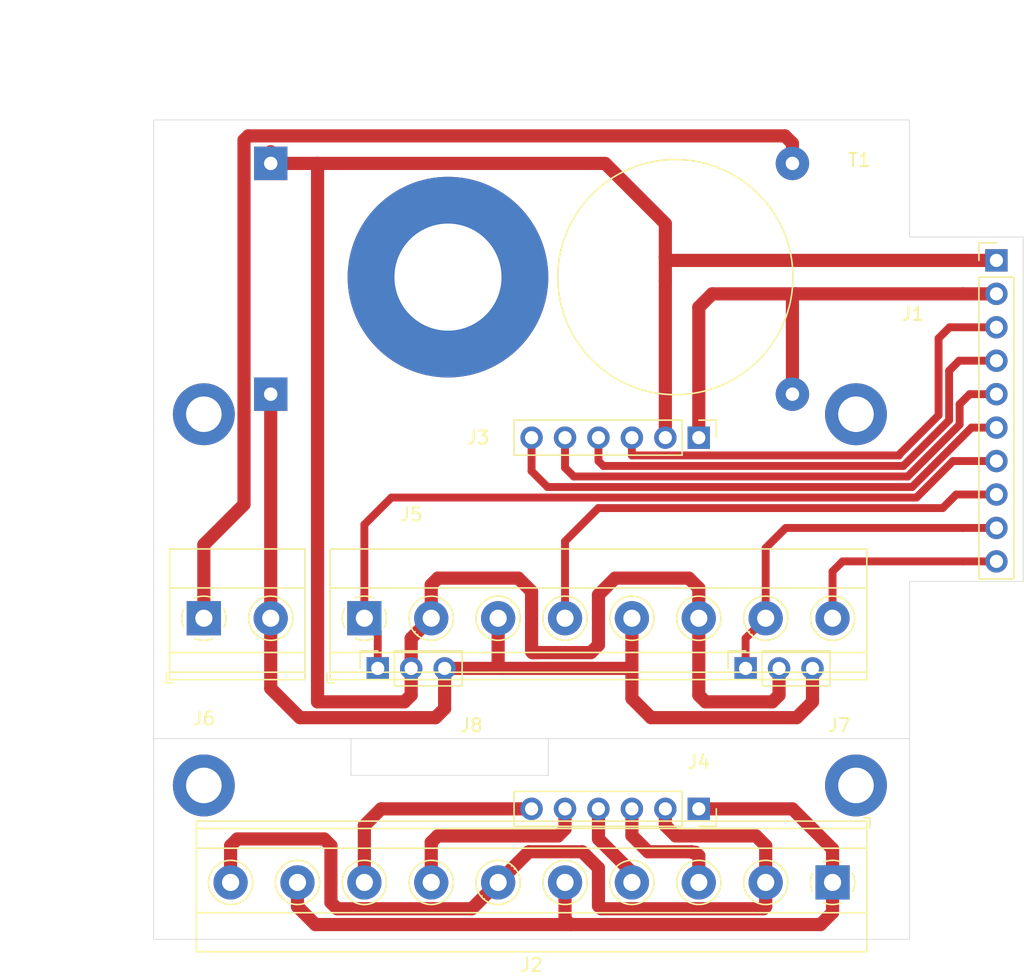
<source format=kicad_pcb>
(kicad_pcb (version 20221018) (generator pcbnew)
  (layers (0 "F.Cu" signal) (31 "B.Cu" signal) (34 "B.Paste" user) (35 "F.Paste" user) (36 "B.SilkS" user "B.Silkscreen") (37 "F.SilkS" user "F.Silkscreen") (38 "B.Mask" user) (39 "F.Mask" user) (44 "Edge.Cuts" user))
  (net 0 "")
  (net 1 "/D45")
  (net 2 "/D33")
  (net 3 "/A13")
  (net 4 "/A11")
  (net 5 "/A9")
  (net 6 "/A7")
  (net 7 "/A5")
  (net 8 "/A3")
  (net 9 "/GND")
  (net 10 "/5V")
  (net 11 "/VIN")
  (net 12 "Net-(J2-Pad10)")
  (net 13 "Net-(J2-Pad1)")
  (net 14 "/9")
  (net 15 "/7")
  (net 16 "/5")
  (net 17 "/3")
  (footprint "Connector_PinHeader_2.54mm:PinHeader_1x10_P2.54mm_Vertical" (layer "F.Cu") (at 117.348 39.878)
    (fp_text reference "J1" (at -6.35 4.064) (layer "F.SilkS"))
    (fp_text value "IOP")
    (fp_line (start -1.33 -1.33) (end 0 -1.33) (stroke (width 0.12)) (layer "F.SilkS"))
    (fp_line (start -1.33 0) (end -1.33 -1.33) (stroke (width 0.12)) (layer "F.SilkS"))
    (fp_line (start -1.33 1.27) (end -1.33 24.19) (stroke (width 0.12)) (layer "F.SilkS"))
    (fp_line (start -1.33 1.27) (end 1.33 1.27) (stroke (width 0.12)) (layer "F.SilkS"))
    (fp_line (start -1.33 24.19) (end 1.33 24.19) (stroke (width 0.12)) (layer "F.SilkS"))
    (fp_line (start 1.33 1.27) (end 1.33 24.19) (stroke (width 0.12)) (layer "F.SilkS"))
    (pad "1" thru_hole rect (at 0 0) (size 1.7 1.7) (drill 1) (layers "*.Cu" "*.Mask") (net 10 "/5V"))
    (pad "2" thru_hole oval (at 0 2.54) (size 1.7 1.7) (drill 1) (layers "*.Cu" "*.Mask") (net 9 "/GND"))
    (pad "3" thru_hole oval (at 0 5.08) (size 1.7 1.7) (drill 1) (layers "*.Cu" "*.Mask") (net 8 "/A3"))
    (pad "4" thru_hole oval (at 0 7.62) (size 1.7 1.7) (drill 1) (layers "*.Cu" "*.Mask") (net 7 "/A5"))
    (pad "5" thru_hole oval (at 0 10.16) (size 1.7 1.7) (drill 1) (layers "*.Cu" "*.Mask") (net 6 "/A7"))
    (pad "6" thru_hole oval (at 0 12.7) (size 1.7 1.7) (drill 1) (layers "*.Cu" "*.Mask") (net 5 "/A9"))
    (pad "7" thru_hole oval (at 0 15.24) (size 1.7 1.7) (drill 1) (layers "*.Cu" "*.Mask") (net 4 "/A11"))
    (pad "8" thru_hole oval (at 0 17.78) (size 1.7 1.7) (drill 1) (layers "*.Cu" "*.Mask") (net 3 "/A13"))
    (pad "9" thru_hole oval (at 0 20.32) (size 1.7 1.7) (drill 1) (layers "*.Cu" "*.Mask") (net 2 "/D33"))
    (pad "10" thru_hole oval (at 0 22.86) (size 1.7 1.7) (drill 1) (layers "*.Cu" "*.Mask") (net 1 "/D45"))
  )
  (footprint "Transformer_THT:Transformer_Toroid_Horizontal_D18.0mm" (layer "F.Cu") (at 101.854 47.498 180)
    (fp_text reference "T1" (at -5.08 15.24) (layer "F.SilkS"))
    (fp_text value "LM2596")
    (fp_circle (center 8.89 6.35) (end 17.49 8.75) (stroke (width 0.12)) (fill none) (layer "F.SilkS"))
    (pad "" thru_hole circle (at 26.162 6.35 180) (size 15.24 15.24) (drill 8.13) (layers "*.Cu" "*.Mask"))
    (pad "1" thru_hole circle (at 0 -2.54 180) (size 2.54 2.54) (drill 1.02) (layers "*.Cu" "*.Mask") (net 9 "/GND"))
    (pad "2" thru_hole circle (at 0 14.986 180) (size 2.54 2.54) (drill 1.02) (layers "*.Cu" "*.Mask") (net 11 "/VIN"))
    (pad "3" thru_hole rect (at 39.624 -2.54 180) (size 2.54 2.54) (drill 1.02) (layers "*.Cu" "*.Mask") (net 9 "/GND"))
    (pad "4" thru_hole rect (at 39.624 14.986 180) (size 2.54 2.54) (drill 1.02) (layers "*.Cu" "*.Mask") (net 10 "/5V"))
  )
  (footprint "TerminalBlock_Phoenix:TerminalBlock_Phoenix_MKDS-1,5-10-5.08_1x10_P5.08mm_Horizontal" (layer "F.Cu") (at 104.902 87.122 180)
    (fp_text reference "J2" (at 22.86 -6.26) (layer "F.SilkS"))
    (fp_text value "IOT")
    (fp_line (start -2.84 4.16) (end -2.84 4.9) (stroke (width 0.12)) (layer "F.SilkS"))
    (fp_line (start -2.84 4.9) (end -2.34 4.9) (stroke (width 0.12)) (layer "F.SilkS"))
    (fp_line (start -2.6 -5.261) (end -2.6 4.66) (stroke (width 0.12)) (layer "F.SilkS"))
    (fp_line (start -2.6 -5.261) (end 48.32 -5.261) (stroke (width 0.12)) (layer "F.SilkS"))
    (fp_line (start -2.6 -2.301) (end 48.32 -2.301) (stroke (width 0.12)) (layer "F.SilkS"))
    (fp_line (start -2.6 2.6) (end 48.32 2.6) (stroke (width 0.12)) (layer "F.SilkS"))
    (fp_line (start -2.6 4.1) (end 48.32 4.1) (stroke (width 0.12)) (layer "F.SilkS"))
    (fp_line (start -2.6 4.66) (end 48.32 4.66) (stroke (width 0.12)) (layer "F.SilkS"))
    (fp_line (start 3.853 1.023) (end 3.806 1.069) (stroke (width 0.12)) (layer "F.SilkS"))
    (fp_line (start 4.046 1.239) (end 4.011 1.274) (stroke (width 0.12)) (layer "F.SilkS"))
    (fp_line (start 6.15 -1.275) (end 6.115 -1.239) (stroke (width 0.12)) (layer "F.SilkS"))
    (fp_line (start 6.355 -1.069) (end 6.308 -1.023) (stroke (width 0.12)) (layer "F.SilkS"))
    (fp_line (start 8.933 1.023) (end 8.886 1.069) (stroke (width 0.12)) (layer "F.SilkS"))
    (fp_line (start 9.126 1.239) (end 9.091 1.274) (stroke (width 0.12)) (layer "F.SilkS"))
    (fp_line (start 11.23 -1.275) (end 11.195 -1.239) (stroke (width 0.12)) (layer "F.SilkS"))
    (fp_line (start 11.435 -1.069) (end 11.388 -1.023) (stroke (width 0.12)) (layer "F.SilkS"))
    (fp_line (start 14.013 1.023) (end 13.966 1.069) (stroke (width 0.12)) (layer "F.SilkS"))
    (fp_line (start 14.206 1.239) (end 14.171 1.274) (stroke (width 0.12)) (layer "F.SilkS"))
    (fp_line (start 16.31 -1.275) (end 16.275 -1.239) (stroke (width 0.12)) (layer "F.SilkS"))
    (fp_line (start 16.515 -1.069) (end 16.468 -1.023) (stroke (width 0.12)) (layer "F.SilkS"))
    (fp_line (start 19.093 1.023) (end 19.046 1.069) (stroke (width 0.12)) (layer "F.SilkS"))
    (fp_line (start 19.286 1.239) (end 19.251 1.274) (stroke (width 0.12)) (layer "F.SilkS"))
    (fp_line (start 21.39 -1.275) (end 21.355 -1.239) (stroke (width 0.12)) (layer "F.SilkS"))
    (fp_line (start 21.595 -1.069) (end 21.548 -1.023) (stroke (width 0.12)) (layer "F.SilkS"))
    (fp_line (start 24.173 1.023) (end 24.126 1.069) (stroke (width 0.12)) (layer "F.SilkS"))
    (fp_line (start 24.366 1.239) (end 24.331 1.274) (stroke (width 0.12)) (layer "F.SilkS"))
    (fp_line (start 26.47 -1.275) (end 26.435 -1.239) (stroke (width 0.12)) (layer "F.SilkS"))
    (fp_line (start 26.675 -1.069) (end 26.628 -1.023) (stroke (width 0.12)) (layer "F.SilkS"))
    (fp_line (start 29.253 1.023) (end 29.206 1.069) (stroke (width 0.12)) (layer "F.SilkS"))
    (fp_line (start 29.446 1.239) (end 29.411 1.274) (stroke (width 0.12)) (layer "F.SilkS"))
    (fp_line (start 31.55 -1.275) (end 31.515 -1.239) (stroke (width 0.12)) (layer "F.SilkS"))
    (fp_line (start 31.755 -1.069) (end 31.708 -1.023) (stroke (width 0.12)) (layer "F.SilkS"))
    (fp_line (start 34.333 1.023) (end 34.286 1.069) (stroke (width 0.12)) (layer "F.SilkS"))
    (fp_line (start 34.526 1.239) (end 34.491 1.274) (stroke (width 0.12)) (layer "F.SilkS"))
    (fp_line (start 36.63 -1.275) (end 36.595 -1.239) (stroke (width 0.12)) (layer "F.SilkS"))
    (fp_line (start 36.835 -1.069) (end 36.788 -1.023) (stroke (width 0.12)) (layer "F.SilkS"))
    (fp_line (start 39.413 1.023) (end 39.366 1.069) (stroke (width 0.12)) (layer "F.SilkS"))
    (fp_line (start 39.606 1.239) (end 39.571 1.274) (stroke (width 0.12)) (layer "F.SilkS"))
    (fp_line (start 41.71 -1.275) (end 41.675 -1.239) (stroke (width 0.12)) (layer "F.SilkS"))
    (fp_line (start 41.915 -1.069) (end 41.868 -1.023) (stroke (width 0.12)) (layer "F.SilkS"))
    (fp_line (start 44.493 1.023) (end 44.446 1.069) (stroke (width 0.12)) (layer "F.SilkS"))
    (fp_line (start 44.686 1.239) (end 44.651 1.274) (stroke (width 0.12)) (layer "F.SilkS"))
    (fp_line (start 46.79 -1.275) (end 46.755 -1.239) (stroke (width 0.12)) (layer "F.SilkS"))
    (fp_line (start 46.995 -1.069) (end 46.948 -1.023) (stroke (width 0.12)) (layer "F.SilkS"))
    (fp_line (start 48.32 -5.261) (end 48.32 4.66) (stroke (width 0.12)) (layer "F.SilkS"))
    (fp_arc (start -1.535427 0.683042) (mid -1.680501 -0.000524) (end -1.535 -0.684) (stroke (width 0.12)) (layer "F.SilkS"))
    (fp_arc (start -0.683042 -1.535427) (mid 0.000524 -1.680501) (end 0.684 -1.535) (stroke (width 0.12)) (layer "F.SilkS"))
    (fp_arc (start 0.028805 1.680253) (mid -0.335551 1.646659) (end -0.684 1.535) (stroke (width 0.12)) (layer "F.SilkS"))
    (fp_arc (start 0.683318 1.534756) (mid 0.349292 1.643288) (end 0 1.68) (stroke (width 0.12)) (layer "F.SilkS"))
    (fp_arc (start 1.535427 -0.683042) (mid 1.680501 0.000524) (end 1.535 0.684) (stroke (width 0.12)) (layer "F.SilkS"))
    (fp_circle (center 5.08 0) (end 6.76 0) (stroke (width 0.12)) (fill none) (layer "F.SilkS"))
    (fp_circle (center 10.16 0) (end 11.84 0) (stroke (width 0.12)) (fill none) (layer "F.SilkS"))
    (fp_circle (center 15.24 0) (end 16.92 0) (stroke (width 0.12)) (fill none) (layer "F.SilkS"))
    (fp_circle (center 20.32 0) (end 22 0) (stroke (width 0.12)) (fill none) (layer "F.SilkS"))
    (fp_circle (center 25.4 0) (end 27.08 0) (stroke (width 0.12)) (fill none) (layer "F.SilkS"))
    (fp_circle (center 30.48 0) (end 32.16 0) (stroke (width 0.12)) (fill none) (layer "F.SilkS"))
    (fp_circle (center 35.56 0) (end 37.24 0) (stroke (width 0.12)) (fill none) (layer "F.SilkS"))
    (fp_circle (center 40.64 0) (end 42.32 0) (stroke (width 0.12)) (fill none) (layer "F.SilkS"))
    (fp_circle (center 45.72 0) (end 47.4 0) (stroke (width 0.12)) (fill none) (layer "F.SilkS"))
    (pad "1" thru_hole rect (at 0 0 180) (size 2.6 2.6) (drill 1.3) (layers "*.Cu" "*.Mask") (net 13 "Net-(J2-Pad1)"))
    (pad "2" thru_hole circle (at 5.08 0 180) (size 2.6 2.6) (drill 1.3) (layers "*.Cu" "*.Mask") (net 12 "Net-(J2-Pad10)"))
    (pad "3" thru_hole circle (at 10.16 0 180) (size 2.6 2.6) (drill 1.3) (layers "*.Cu" "*.Mask") (net 17 "/3"))
    (pad "4" thru_hole circle (at 15.24 0 180) (size 2.6 2.6) (drill 1.3) (layers "*.Cu" "*.Mask") (net 16 "/5"))
    (pad "5" thru_hole circle (at 20.32 0 180) (size 2.6 2.6) (drill 1.3) (layers "*.Cu" "*.Mask") (net 13 "Net-(J2-Pad1)"))
    (pad "6" thru_hole circle (at 25.4 0 180) (size 2.6 2.6) (drill 1.3) (layers "*.Cu" "*.Mask") (net 12 "Net-(J2-Pad10)"))
    (pad "7" thru_hole circle (at 30.48 0 180) (size 2.6 2.6) (drill 1.3) (layers "*.Cu" "*.Mask") (net 15 "/7"))
    (pad "8" thru_hole circle (at 35.56 0 180) (size 2.6 2.6) (drill 1.3) (layers "*.Cu" "*.Mask") (net 14 "/9"))
    (pad "9" thru_hole circle (at 40.64 0 180) (size 2.6 2.6) (drill 1.3) (layers "*.Cu" "*.Mask") (net 13 "Net-(J2-Pad1)"))
    (pad "10" thru_hole circle (at 45.72 0 180) (size 2.6 2.6) (drill 1.3) (layers "*.Cu" "*.Mask") (net 12 "Net-(J2-Pad10)"))
  )
  (footprint "Connector_PinHeader_2.54mm:PinHeader_1x06_P2.54mm_Vertical" (layer "F.Cu") (at 94.742 53.34 -90)
    (fp_text reference "J3" (at 0 16.764 180) (layer "F.SilkS"))
    (fp_text value "IOM")
    (fp_line (start -1.33 -1.33) (end 0 -1.33) (stroke (width 0.12)) (layer "F.SilkS"))
    (fp_line (start -1.33 0) (end -1.33 -1.33) (stroke (width 0.12)) (layer "F.SilkS"))
    (fp_line (start -1.33 1.27) (end -1.33 14.03) (stroke (width 0.12)) (layer "F.SilkS"))
    (fp_line (start -1.33 1.27) (end 1.33 1.27) (stroke (width 0.12)) (layer "F.SilkS"))
    (fp_line (start -1.33 14.03) (end 1.33 14.03) (stroke (width 0.12)) (layer "F.SilkS"))
    (fp_line (start 1.33 1.27) (end 1.33 14.03) (stroke (width 0.12)) (layer "F.SilkS"))
    (pad "1" thru_hole rect (at 0 0 270) (size 1.7 1.7) (drill 1) (layers "*.Cu" "*.Mask") (net 9 "/GND"))
    (pad "2" thru_hole oval (at 0 2.54 270) (size 1.7 1.7) (drill 1) (layers "*.Cu" "*.Mask") (net 10 "/5V"))
    (pad "3" thru_hole oval (at 0 5.08 270) (size 1.7 1.7) (drill 1) (layers "*.Cu" "*.Mask") (net 8 "/A3"))
    (pad "4" thru_hole oval (at 0 7.62 270) (size 1.7 1.7) (drill 1) (layers "*.Cu" "*.Mask") (net 7 "/A5"))
    (pad "5" thru_hole oval (at 0 10.16 270) (size 1.7 1.7) (drill 1) (layers "*.Cu" "*.Mask") (net 6 "/A7"))
    (pad "6" thru_hole oval (at 0 12.7 270) (size 1.7 1.7) (drill 1) (layers "*.Cu" "*.Mask") (net 5 "/A9"))
  )
  (footprint "Connector_PinSocket_2.54mm:PinSocket_1x06_P2.54mm_Vertical" (layer "F.Cu") (at 94.742 81.534 -90)
    (fp_text reference "J4" (at -3.556 0 180) (layer "F.SilkS"))
    (fp_text value "IOF")
    (fp_line (start -1.33 1.27) (end -1.33 14.03) (stroke (width 0.12)) (layer "F.SilkS"))
    (fp_line (start -1.33 1.27) (end 1.33 1.27) (stroke (width 0.12)) (layer "F.SilkS"))
    (fp_line (start -1.33 14.03) (end 1.33 14.03) (stroke (width 0.12)) (layer "F.SilkS"))
    (fp_line (start 0 -1.33) (end 1.33 -1.33) (stroke (width 0.12)) (layer "F.SilkS"))
    (fp_line (start 1.33 -1.33) (end 1.33 0) (stroke (width 0.12)) (layer "F.SilkS"))
    (fp_line (start 1.33 1.27) (end 1.33 14.03) (stroke (width 0.12)) (layer "F.SilkS"))
    (pad "1" thru_hole rect (at 0 0 270) (size 1.7 1.7) (drill 1) (layers "*.Cu" "*.Mask") (net 13 "Net-(J2-Pad1)"))
    (pad "2" thru_hole oval (at 0 2.54 270) (size 1.7 1.7) (drill 1) (layers "*.Cu" "*.Mask") (net 12 "Net-(J2-Pad10)"))
    (pad "3" thru_hole oval (at 0 5.08 270) (size 1.7 1.7) (drill 1) (layers "*.Cu" "*.Mask") (net 17 "/3"))
    (pad "4" thru_hole oval (at 0 7.62 270) (size 1.7 1.7) (drill 1) (layers "*.Cu" "*.Mask") (net 16 "/5"))
    (pad "5" thru_hole oval (at 0 10.16 270) (size 1.7 1.7) (drill 1) (layers "*.Cu" "*.Mask") (net 15 "/7"))
    (pad "6" thru_hole oval (at 0 12.7 270) (size 1.7 1.7) (drill 1) (layers "*.Cu" "*.Mask") (net 14 "/9"))
  )
  (footprint "TerminalBlock_Phoenix:TerminalBlock_Phoenix_MKDS-1,5-2-5.08_1x02_P5.08mm_Horizontal" (layer "F.Cu") (at 57.15 67.056)
    (fp_text reference "J6" (at 0 7.62) (layer "F.SilkS"))
    (fp_text value "PWR")
    (fp_line (start -2.84 4.16) (end -2.84 4.9) (stroke (width 0.12)) (layer "F.SilkS"))
    (fp_line (start -2.84 4.9) (end -2.34 4.9) (stroke (width 0.12)) (layer "F.SilkS"))
    (fp_line (start -2.6 -5.261) (end -2.6 4.66) (stroke (width 0.12)) (layer "F.SilkS"))
    (fp_line (start -2.6 -5.261) (end 7.68 -5.261) (stroke (width 0.12)) (layer "F.SilkS"))
    (fp_line (start -2.6 -2.301) (end 7.68 -2.301) (stroke (width 0.12)) (layer "F.SilkS"))
    (fp_line (start -2.6 2.6) (end 7.68 2.6) (stroke (width 0.12)) (layer "F.SilkS"))
    (fp_line (start -2.6 4.1) (end 7.68 4.1) (stroke (width 0.12)) (layer "F.SilkS"))
    (fp_line (start -2.6 4.66) (end 7.68 4.66) (stroke (width 0.12)) (layer "F.SilkS"))
    (fp_line (start 3.853 1.023) (end 3.806 1.069) (stroke (width 0.12)) (layer "F.SilkS"))
    (fp_line (start 4.046 1.239) (end 4.011 1.274) (stroke (width 0.12)) (layer "F.SilkS"))
    (fp_line (start 6.15 -1.275) (end 6.115 -1.239) (stroke (width 0.12)) (layer "F.SilkS"))
    (fp_line (start 6.355 -1.069) (end 6.308 -1.023) (stroke (width 0.12)) (layer "F.SilkS"))
    (fp_line (start 7.68 -5.261) (end 7.68 4.66) (stroke (width 0.12)) (layer "F.SilkS"))
    (fp_arc (start -1.535427 0.683042) (mid -1.680501 -0.000524) (end -1.535 -0.684) (stroke (width 0.12)) (layer "F.SilkS"))
    (fp_arc (start -0.683042 -1.535427) (mid 0.000524 -1.680501) (end 0.684 -1.535) (stroke (width 0.12)) (layer "F.SilkS"))
    (fp_arc (start 0.028805 1.680253) (mid -0.335551 1.646659) (end -0.684 1.535) (stroke (width 0.12)) (layer "F.SilkS"))
    (fp_arc (start 0.683318 1.534756) (mid 0.349292 1.643288) (end 0 1.68) (stroke (width 0.12)) (layer "F.SilkS"))
    (fp_arc (start 1.535427 -0.683042) (mid 1.680501 0.000524) (end 1.535 0.684) (stroke (width 0.12)) (layer "F.SilkS"))
    (fp_circle (center 5.08 0) (end 6.76 0) (stroke (width 0.12)) (fill none) (layer "F.SilkS"))
    (pad "1" thru_hole rect (at 0 0) (size 2.6 2.6) (drill 1.3) (layers "*.Cu" "*.Mask") (net 11 "/VIN"))
    (pad "2" thru_hole circle (at 5.08 0) (size 2.6 2.6) (drill 1.3) (layers "*.Cu" "*.Mask") (net 9 "/GND"))
  )
  (footprint "MountingHole:MountingHole_2.7mm_M2.5_DIN965_Pad" (layer "F.Cu") (at 57.15 51.562)
    (fp_text reference "REF**" hide)
    (fp_text value "BL")
    (pad "1" thru_hole circle (at 0 0) (size 4.7 4.7) (drill 2.7) (layers "*.Cu" "*.Mask"))
  )
  (footprint "MountingHole:MountingHole_2.7mm_M2.5_DIN965_Pad" (layer "F.Cu") (at 57.15 79.756)
    (fp_text reference "REF**" hide)
    (fp_text value "UL")
    (pad "1" thru_hole circle (at 0 0) (size 4.7 4.7) (drill 2.7) (layers "*.Cu" "*.Mask"))
  )
  (footprint "MountingHole:MountingHole_2.7mm_M2.5_DIN965_Pad" (layer "F.Cu") (at 106.68 79.756)
    (fp_text reference "REF**" hide)
    (fp_text value "UTR")
    (pad "1" thru_hole circle (at 0 0) (size 4.7 4.7) (drill 2.7) (layers "*.Cu" "*.Mask"))
  )
  (footprint "MountingHole:MountingHole_2.7mm_M2.5_DIN965_Pad" (layer "F.Cu") (at 106.68 51.562)
    (fp_text reference "REF**" hide)
    (fp_text value "BR")
    (pad "1" thru_hole circle (at 0 0) (size 4.7 4.7) (drill 2.7) (layers "*.Cu" "*.Mask"))
  )
  (footprint "TerminalBlock_Phoenix:TerminalBlock_Phoenix_MKDS-1,5-8-5.08_1x08_P5.08mm_Horizontal" (layer "F.Cu") (at 69.342 67.056)
    (fp_text reference "J5" (at 3.556 -7.874) (layer "F.SilkS"))
    (fp_text value "IOB")
    (fp_line (start -2.84 4.16) (end -2.84 4.9) (stroke (width 0.12)) (layer "F.SilkS"))
    (fp_line (start -2.84 4.9) (end -2.34 4.9) (stroke (width 0.12)) (layer "F.SilkS"))
    (fp_line (start -2.6 -5.261) (end -2.6 4.66) (stroke (width 0.12)) (layer "F.SilkS"))
    (fp_line (start -2.6 -5.261) (end 38.16 -5.261) (stroke (width 0.12)) (layer "F.SilkS"))
    (fp_line (start -2.6 -2.301) (end 38.16 -2.301) (stroke (width 0.12)) (layer "F.SilkS"))
    (fp_line (start -2.6 2.6) (end 38.16 2.6) (stroke (width 0.12)) (layer "F.SilkS"))
    (fp_line (start -2.6 4.1) (end 38.16 4.1) (stroke (width 0.12)) (layer "F.SilkS"))
    (fp_line (start -2.6 4.66) (end 38.16 4.66) (stroke (width 0.12)) (layer "F.SilkS"))
    (fp_line (start 3.853 1.023) (end 3.806 1.069) (stroke (width 0.12)) (layer "F.SilkS"))
    (fp_line (start 4.046 1.239) (end 4.011 1.274) (stroke (width 0.12)) (layer "F.SilkS"))
    (fp_line (start 6.15 -1.275) (end 6.115 -1.239) (stroke (width 0.12)) (layer "F.SilkS"))
    (fp_line (start 6.355 -1.069) (end 6.308 -1.023) (stroke (width 0.12)) (layer "F.SilkS"))
    (fp_line (start 8.933 1.023) (end 8.886 1.069) (stroke (width 0.12)) (layer "F.SilkS"))
    (fp_line (start 9.126 1.239) (end 9.091 1.274) (stroke (width 0.12)) (layer "F.SilkS"))
    (fp_line (start 11.23 -1.275) (end 11.195 -1.239) (stroke (width 0.12)) (layer "F.SilkS"))
    (fp_line (start 11.435 -1.069) (end 11.388 -1.023) (stroke (width 0.12)) (layer "F.SilkS"))
    (fp_line (start 14.013 1.023) (end 13.966 1.069) (stroke (width 0.12)) (layer "F.SilkS"))
    (fp_line (start 14.206 1.239) (end 14.171 1.274) (stroke (width 0.12)) (layer "F.SilkS"))
    (fp_line (start 16.31 -1.275) (end 16.275 -1.239) (stroke (width 0.12)) (layer "F.SilkS"))
    (fp_line (start 16.515 -1.069) (end 16.468 -1.023) (stroke (width 0.12)) (layer "F.SilkS"))
    (fp_line (start 19.093 1.023) (end 19.046 1.069) (stroke (width 0.12)) (layer "F.SilkS"))
    (fp_line (start 19.286 1.239) (end 19.251 1.274) (stroke (width 0.12)) (layer "F.SilkS"))
    (fp_line (start 21.39 -1.275) (end 21.355 -1.239) (stroke (width 0.12)) (layer "F.SilkS"))
    (fp_line (start 21.595 -1.069) (end 21.548 -1.023) (stroke (width 0.12)) (layer "F.SilkS"))
    (fp_line (start 24.173 1.023) (end 24.126 1.069) (stroke (width 0.12)) (layer "F.SilkS"))
    (fp_line (start 24.366 1.239) (end 24.331 1.274) (stroke (width 0.12)) (layer "F.SilkS"))
    (fp_line (start 26.47 -1.275) (end 26.435 -1.239) (stroke (width 0.12)) (layer "F.SilkS"))
    (fp_line (start 26.675 -1.069) (end 26.628 -1.023) (stroke (width 0.12)) (layer "F.SilkS"))
    (fp_line (start 29.253 1.023) (end 29.206 1.069) (stroke (width 0.12)) (layer "F.SilkS"))
    (fp_line (start 29.446 1.239) (end 29.411 1.274) (stroke (width 0.12)) (layer "F.SilkS"))
    (fp_line (start 31.55 -1.275) (end 31.515 -1.239) (stroke (width 0.12)) (layer "F.SilkS"))
    (fp_line (start 31.755 -1.069) (end 31.708 -1.023) (stroke (width 0.12)) (layer "F.SilkS"))
    (fp_line (start 34.333 1.023) (end 34.286 1.069) (stroke (width 0.12)) (layer "F.SilkS"))
    (fp_line (start 34.526 1.239) (end 34.491 1.274) (stroke (width 0.12)) (layer "F.SilkS"))
    (fp_line (start 36.63 -1.275) (end 36.595 -1.239) (stroke (width 0.12)) (layer "F.SilkS"))
    (fp_line (start 36.835 -1.069) (end 36.788 -1.023) (stroke (width 0.12)) (layer "F.SilkS"))
    (fp_line (start 38.16 -5.261) (end 38.16 4.66) (stroke (width 0.12)) (layer "F.SilkS"))
    (fp_arc (start -1.535427 0.683042) (mid -1.680501 -0.000524) (end -1.535 -0.684) (stroke (width 0.12)) (layer "F.SilkS"))
    (fp_arc (start -0.683042 -1.535427) (mid 0.000524 -1.680501) (end 0.684 -1.535) (stroke (width 0.12)) (layer "F.SilkS"))
    (fp_arc (start 0.028805 1.680253) (mid -0.335551 1.646659) (end -0.684 1.535) (stroke (width 0.12)) (layer "F.SilkS"))
    (fp_arc (start 0.683318 1.534756) (mid 0.349292 1.643288) (end 0 1.68) (stroke (width 0.12)) (layer "F.SilkS"))
    (fp_arc (start 1.535427 -0.683042) (mid 1.680501 0.000524) (end 1.535 0.684) (stroke (width 0.12)) (layer "F.SilkS"))
    (fp_circle (center 5.08 0) (end 6.76 0) (stroke (width 0.12)) (fill none) (layer "F.SilkS"))
    (fp_circle (center 10.16 0) (end 11.84 0) (stroke (width 0.12)) (fill none) (layer "F.SilkS"))
    (fp_circle (center 15.24 0) (end 16.92 0) (stroke (width 0.12)) (fill none) (layer "F.SilkS"))
    (fp_circle (center 20.32 0) (end 22 0) (stroke (width 0.12)) (fill none) (layer "F.SilkS"))
    (fp_circle (center 25.4 0) (end 27.08 0) (stroke (width 0.12)) (fill none) (layer "F.SilkS"))
    (fp_circle (center 30.48 0) (end 32.16 0) (stroke (width 0.12)) (fill none) (layer "F.SilkS"))
    (fp_circle (center 35.56 0) (end 37.24 0) (stroke (width 0.12)) (fill none) (layer "F.SilkS"))
    (pad "1" thru_hole rect (at 0 0) (size 2.6 2.6) (drill 1.3) (layers "*.Cu" "*.Mask") (net 4 "/A11"))
    (pad "2" thru_hole circle (at 5.08 0) (size 2.6 2.6) (drill 1.3) (layers "*.Cu" "*.Mask") (net 10 "/5V"))
    (pad "3" thru_hole circle (at 10.16 0) (size 2.6 2.6) (drill 1.3) (layers "*.Cu" "*.Mask") (net 9 "/GND"))
    (pad "4" thru_hole circle (at 15.24 0) (size 2.6 2.6) (drill 1.3) (layers "*.Cu" "*.Mask") (net 3 "/A13"))
    (pad "5" thru_hole circle (at 20.32 0) (size 2.6 2.6) (drill 1.3) (layers "*.Cu" "*.Mask") (net 9 "/GND"))
    (pad "6" thru_hole circle (at 25.4 0) (size 2.6 2.6) (drill 1.3) (layers "*.Cu" "*.Mask") (net 10 "/5V"))
    (pad "7" thru_hole circle (at 30.48 0) (size 2.6 2.6) (drill 1.3) (layers "*.Cu" "*.Mask") (net 2 "/D33"))
    (pad "8" thru_hole circle (at 35.56 0) (size 2.6 2.6) (drill 1.3) (layers "*.Cu" "*.Mask") (net 1 "/D45"))
  )
  (footprint "Connector_PinSocket_2.54mm:PinSocket_1x03_P2.54mm_Vertical" (layer "F.Cu") (at 98.298 70.866 90)
    (fp_text reference "J7" (at -4.318 7.112 180) (layer "F.SilkS"))
    (fp_text value "RY1")
    (fp_line (start -1.33 1.27) (end -1.33 6.41) (stroke (width 0.12)) (layer "F.SilkS"))
    (fp_line (start -1.33 1.27) (end 1.33 1.27) (stroke (width 0.12)) (layer "F.SilkS"))
    (fp_line (start -1.33 6.41) (end 1.33 6.41) (stroke (width 0.12)) (layer "F.SilkS"))
    (fp_line (start 0 -1.33) (end 1.33 -1.33) (stroke (width 0.12)) (layer "F.SilkS"))
    (fp_line (start 1.33 -1.33) (end 1.33 0) (stroke (width 0.12)) (layer "F.SilkS"))
    (fp_line (start 1.33 1.27) (end 1.33 6.41) (stroke (width 0.12)) (layer "F.SilkS"))
    (pad "1" thru_hole rect (at 0 0 90) (size 1.7 1.7) (drill 1) (layers "*.Cu" "*.Mask") (net 2 "/D33"))
    (pad "2" thru_hole oval (at 0 2.54 90) (size 1.7 1.7) (drill 1) (layers "*.Cu" "*.Mask") (net 10 "/5V"))
    (pad "3" thru_hole oval (at 0 5.08 90) (size 1.7 1.7) (drill 1) (layers "*.Cu" "*.Mask") (net 9 "/GND"))
  )
  (footprint "Connector_PinSocket_2.54mm:PinSocket_1x03_P2.54mm_Vertical" (layer "F.Cu") (at 70.358 70.866 90)
    (fp_text reference "J8" (at -4.318 7.112 180) (layer "F.SilkS"))
    (fp_text value "RY2")
    (fp_line (start -1.33 1.27) (end -1.33 6.41) (stroke (width 0.12)) (layer "F.SilkS"))
    (fp_line (start -1.33 1.27) (end 1.33 1.27) (stroke (width 0.12)) (layer "F.SilkS"))
    (fp_line (start -1.33 6.41) (end 1.33 6.41) (stroke (width 0.12)) (layer "F.SilkS"))
    (fp_line (start 0 -1.33) (end 1.33 -1.33) (stroke (width 0.12)) (layer "F.SilkS"))
    (fp_line (start 1.33 -1.33) (end 1.33 0) (stroke (width 0.12)) (layer "F.SilkS"))
    (fp_line (start 1.33 1.27) (end 1.33 6.41) (stroke (width 0.12)) (layer "F.SilkS"))
    (pad "1" thru_hole rect (at 0 0 90) (size 1.7 1.7) (drill 1) (layers "*.Cu" "*.Mask") (net 4 "/A11"))
    (pad "2" thru_hole oval (at 0 2.54 90) (size 1.7 1.7) (drill 1) (layers "*.Cu" "*.Mask") (net 10 "/5V"))
    (pad "3" thru_hole oval (at 0 5.08 90) (size 1.7 1.7) (drill 1) (layers "*.Cu" "*.Mask") (net 9 "/GND"))
  )
  (gr_line (start 110.744 91.44) (end 53.34 91.44) (stroke (width 0.05)) (layer "Edge.Cuts"))
  (gr_line (start 110.744 38.1) (end 119.38 38.1) (stroke (width 0.05)) (layer "Edge.Cuts"))
  (gr_line (start 110.744 64.262) (end 119.38 64.262) (stroke (width 0.05)) (layer "Edge.Cuts"))
  (gr_line (start 83.312 76.2) (end 83.312 78.994) (stroke (width 0.05)) (layer "Edge.Cuts"))
  (gr_line (start 53.34 76.2) (end 53.34 29.21) (stroke (width 0.05)) (layer "Edge.Cuts"))
  (gr_line (start 110.744 76.2) (end 110.744 64.262) (stroke (width 0.05)) (layer "Edge.Cuts"))
  (gr_line (start 110.744 76.2) (end 110.744 91.44) (stroke (width 0.05)) (layer "Edge.Cuts"))
  (gr_line (start 53.34 76.2) (end 53.34 91.44) (stroke (width 0.05)) (layer "Edge.Cuts"))
  (gr_line (start 53.34 76.2) (end 110.744 76.2) (stroke (width 0.05)) (layer "Edge.Cuts"))
  (gr_line (start 83.312 78.994) (end 68.326 78.994) (stroke (width 0.05)) (layer "Edge.Cuts"))
  (gr_line (start 110.744 38.1) (end 110.744 29.21) (stroke (width 0.05)) (layer "Edge.Cuts"))
  (gr_line (start 119.38 64.262) (end 119.38 38.1) (stroke (width 0.05)) (layer "Edge.Cuts"))
  (gr_line (start 68.326 78.994) (end 68.326 76.2) (stroke (width 0.05)) (layer "Edge.Cuts"))
  (gr_line (start 110.744 29.21) (end 53.34 29.21) (stroke (width 0.05)) (layer "Edge.Cuts"))
  (segment (start 104.902 63.5) (end 104.902 67.056) (width 0.6) (layer "F.Cu") (net 1))
  (segment (start 105.664 62.738) (end 104.902 63.5) (width 0.6) (layer "F.Cu") (net 1))
  (segment (start 114.808 62.738) (end 105.664 62.738) (width 0.6) (layer "F.Cu") (net 1))
  (segment (start 114.808 62.738) (end 117.348 62.738) (width 0.6) (layer "F.Cu") (net 1))
  (segment (start 101.346 60.198) (end 99.822 61.722) (width 0.6) (layer "F.Cu") (net 2))
  (segment (start 114.808 60.198) (end 101.346 60.198) (width 0.6) (layer "F.Cu") (net 2))
  (segment (start 114.808 60.198) (end 117.348 60.198) (width 0.6) (layer "F.Cu") (net 2))
  (segment (start 98.298 70.866) (end 98.298 68.58) (width 0.6) (layer "F.Cu") (net 2))
  (segment (start 98.298 68.58) (end 99.822 67.056) (width 0.6) (layer "F.Cu") (net 2))
  (segment (start 99.822 61.722) (end 99.822 67.056) (width 0.6) (layer "F.Cu") (net 2))
  (segment (start 84.582 61.214) (end 84.582 67.056) (width 0.6) (layer "F.Cu") (net 3))
  (segment (start 113.267949 58.690051) (end 87.105949 58.690051) (width 0.6) (layer "F.Cu") (net 3))
  (segment (start 87.105949 58.690051) (end 84.582 61.214) (width 0.6) (layer "F.Cu") (net 3))
  (segment (start 114.3 57.658) (end 113.267949 58.690051) (width 0.6) (layer "F.Cu") (net 3))
  (segment (start 117.348 57.658) (end 114.3 57.658) (width 0.6) (layer "F.Cu") (net 3))
  (segment (start 117.348 55.118) (end 114.046 55.118) (width 0.6) (layer "F.Cu") (net 4))
  (segment (start 111.273959 57.890041) (end 71.395959 57.890041) (width 0.6) (layer "F.Cu") (net 4))
  (segment (start 71.395959 57.890041) (end 69.342 59.944) (width 0.6) (layer "F.Cu") (net 4))
  (segment (start 70.358 70.866) (end 70.358 68.072) (width 0.6) (layer "F.Cu") (net 4))
  (segment (start 114.046 55.118) (end 111.273959 57.890041) (width 0.6) (layer "F.Cu") (net 4))
  (segment (start 70.358 68.072) (end 69.342 67.056) (width 0.6) (layer "F.Cu") (net 4))
  (segment (start 69.342 59.944) (end 69.342 67.056) (width 0.6) (layer "F.Cu") (net 4))
  (segment (start 83.252031 57.090031) (end 110.942585 57.090031) (width 0.6) (layer "F.Cu") (net 5))
  (segment (start 110.942585 57.090031) (end 115.454616 52.578) (width 0.6) (layer "F.Cu") (net 5))
  (segment (start 115.454616 52.578) (end 117.348 52.578) (width 0.6) (layer "F.Cu") (net 5))
  (segment (start 82.042 55.88) (end 83.252031 57.090031) (width 0.6) (layer "F.Cu") (net 5))
  (segment (start 82.042 53.34) (end 82.042 55.88) (width 0.6) (layer "F.Cu") (net 5))
  (segment (start 115.316 50.038) (end 117.348 50.038) (width 0.6) (layer "F.Cu") (net 6))
  (segment (start 114.554 50.8) (end 115.316 50.038) (width 0.6) (layer "F.Cu") (net 6))
  (segment (start 114.554 52.347232) (end 114.554 50.8) (width 0.6) (layer "F.Cu") (net 6))
  (segment (start 84.582 53.34) (end 84.582 55.626) (width 0.6) (layer "F.Cu") (net 6))
  (segment (start 110.611211 56.290021) (end 114.554 52.347232) (width 0.6) (layer "F.Cu") (net 6))
  (segment (start 84.582 55.626) (end 85.246021 56.290021) (width 0.6) (layer "F.Cu") (net 6))
  (segment (start 85.246021 56.290021) (end 110.611211 56.290021) (width 0.6) (layer "F.Cu") (net 6))
  (segment (start 110.279837 55.490011) (end 87.494011 55.490011) (width 0.6) (layer "F.Cu") (net 7))
  (segment (start 113.75399 52.015858) (end 110.279837 55.490011) (width 0.6) (layer "F.Cu") (net 7))
  (segment (start 87.122 55.118) (end 87.122 53.34) (width 0.6) (layer "F.Cu") (net 7))
  (segment (start 113.75399 48.26) (end 113.75399 52.015858) (width 0.6) (layer "F.Cu") (net 7))
  (segment (start 87.494011 55.490011) (end 87.122 55.118) (width 0.6) (layer "F.Cu") (net 7))
  (segment (start 114.51599 47.498) (end 113.75399 48.26) (width 0.6) (layer "F.Cu") (net 7))
  (segment (start 117.348 47.498) (end 114.51599 47.498) (width 0.6) (layer "F.Cu") (net 7))
  (segment (start 113.792 44.958) (end 112.95398 45.79602) (width 0.6) (layer "F.Cu") (net 8))
  (segment (start 112.95398 45.79602) (end 112.95398 51.63802) (width 0.6) (layer "F.Cu") (net 8))
  (segment (start 109.948463 54.690001) (end 89.662 54.690001) (width 0.6) (layer "F.Cu") (net 8))
  (segment (start 89.662 54.690001) (end 89.662 53.34) (width 0.6) (layer "F.Cu") (net 8))
  (segment (start 109.948463 54.643537) (end 109.948463 54.690001) (width 0.6) (layer "F.Cu") (net 8))
  (segment (start 117.348 44.958) (end 113.792 44.958) (width 0.6) (layer "F.Cu") (net 8))
  (segment (start 112.95398 51.63802) (end 109.948463 54.643537) (width 0.6) (layer "F.Cu") (net 8))
  (segment (start 101.854 42.672) (end 102.108 42.418) (width 1) (layer "F.Cu") (net 9))
  (segment (start 114.808 42.418) (end 117.348 42.418) (width 1) (layer "F.Cu") (net 9))
  (segment (start 89.662 67.056) (end 89.662 70.866) (width 1) (layer "F.Cu") (net 9))
  (segment (start 75.438 70.866) (end 75.438 73.914) (width 1) (layer "F.Cu") (net 9))
  (segment (start 79.502 67.056) (end 79.502 70.612) (width 1) (layer "F.Cu") (net 9))
  (segment (start 75.438 71.225151) (end 75.438 70.866) (width 1) (layer "F.Cu") (net 9))
  (segment (start 103.378 73.406) (end 103.378 70.866) (width 1) (layer "F.Cu") (net 9))
  (segment (start 102.17799 74.60601) (end 103.378 73.406) (width 1) (layer "F.Cu") (net 9))
  (segment (start 64.44601 74.60601) (end 62.23 72.39) (width 1) (layer "F.Cu") (net 9))
  (segment (start 75.438 70.866) (end 75.692 70.866) (width 1) (layer "F.Cu") (net 9))
  (segment (start 79.502 70.612) (end 79.756 70.866) (width 1) (layer "F.Cu") (net 9))
  (segment (start 75.438 73.914) (end 74.74599 74.60601) (width 1) (layer "F.Cu") (net 9))
  (segment (start 62.23 72.39) (end 62.23 67.056) (width 1) (layer "F.Cu") (net 9))
  (segment (start 62.23 50.038) (end 62.23 67.056) (width 1) (layer "F.Cu") (net 9))
  (segment (start 91.11601 74.60601) (end 102.17799 74.60601) (width 1) (layer "F.Cu") (net 9))
  (segment (start 114.808 42.418) (end 102.108 42.418) (width 1) (layer "F.Cu") (net 9))
  (segment (start 94.742 43.434) (end 94.742 53.34) (width 1) (layer "F.Cu") (net 9))
  (segment (start 74.74599 74.60601) (end 64.44601 74.60601) (width 1) (layer "F.Cu") (net 9))
  (segment (start 95.758 42.418) (end 94.742 43.434) (width 1) (layer "F.Cu") (net 9))
  (segment (start 79.756 70.866) (end 89.662 70.866) (width 1) (layer "F.Cu") (net 9))
  (segment (start 89.662 70.866) (end 89.662 73.152) (width 1) (layer "F.Cu") (net 9))
  (segment (start 89.662 73.152) (end 91.11601 74.60601) (width 1) (layer "F.Cu") (net 9))
  (segment (start 75.438 70.866) (end 79.756 70.866) (width 1) (layer "F.Cu") (net 9))
  (segment (start 102.108 42.418) (end 95.758 42.418) (width 1) (layer "F.Cu") (net 9))
  (segment (start 101.854 50.038) (end 101.854 42.672) (width 1) (layer "F.Cu") (net 9))
  (segment (start 82.11199 69.66599) (end 86.54401 69.66599) (width 1) (layer "F.Cu") (net 10))
  (segment (start 94.742 72.898) (end 94.742 67.056) (width 1) (layer "F.Cu") (net 10))
  (segment (start 87.122 65.278) (end 88.392 64.008) (width 1) (layer "F.Cu") (net 10))
  (segment (start 72.898 68.58) (end 74.422 67.056) (width 1) (layer "F.Cu") (net 10))
  (segment (start 82.11199 69.66599) (end 82.55 69.66599) (width 1) (layer "F.Cu") (net 10))
  (segment (start 86.54401 69.66599) (end 87.122 69.088) (width 1) (layer "F.Cu") (net 10))
  (segment (start 82.042 69.596) (end 82.11199 69.66599) (width 1) (layer "F.Cu") (net 10))
  (segment (start 72.39 73.406) (end 65.786 73.406) (width 1) (layer "F.Cu") (net 10))
  (segment (start 72.898 72.898) (end 72.39 73.406) (width 1) (layer "F.Cu") (net 10))
  (segment (start 88.392 64.008) (end 93.98 64.008) (width 1) (layer "F.Cu") (net 10))
  (segment (start 72.898 70.866) (end 72.898 68.58) (width 1) (layer "F.Cu") (net 10))
  (segment (start 74.422 67.056) (end 74.422 64.77) (width 1) (layer "F.Cu") (net 10))
  (segment (start 65.786 33.02) (end 65.786 32.512) (width 1) (layer "F.Cu") (net 10))
  (segment (start 92.202 39.624) (end 92.202 41.402) (width 1) (layer "F.Cu") (net 10))
  (segment (start 100.838 72.898) (end 100.33 73.406) (width 1) (layer "F.Cu") (net 10))
  (segment (start 93.98 64.008) (end 94.742 64.77) (width 1) (layer "F.Cu") (net 10))
  (segment (start 94.742 64.77) (end 94.742 67.056) (width 1) (layer "F.Cu") (net 10))
  (segment (start 87.63 32.512) (end 92.202 37.084) (width 1) (layer "F.Cu") (net 10))
  (segment (start 87.122 69.088) (end 87.122 65.278) (width 1) (layer "F.Cu") (net 10))
  (segment (start 65.786 73.406) (end 65.786 33.02) (width 1) (layer "F.Cu") (net 10))
  (segment (start 74.422 64.516) (end 74.93 64.008) (width 1) (layer "F.Cu") (net 10))
  (segment (start 74.93 64.008) (end 81.026 64.008) (width 1) (layer "F.Cu") (net 10))
  (segment (start 65.786 32.512) (end 87.63 32.512) (width 1) (layer "F.Cu") (net 10))
  (segment (start 100.33 73.406) (end 95.25 73.406) (width 1) (layer "F.Cu") (net 10))
  (segment (start 62.23 32.512) (end 65.786 32.512) (width 1) (layer "F.Cu") (net 10))
  (segment (start 81.026 64.008) (end 82.042 65.024) (width 1) (layer "F.Cu") (net 10))
  (segment (start 62.23 32.512) (end 62.23 31.619998) (width 1) (layer "F.Cu") (net 10))
  (segment (start 92.456 39.878) (end 92.202 39.624) (width 1) (layer "F.Cu") (net 10))
  (segment (start 92.202 37.084) (end 92.202 39.624) (width 1) (layer "F.Cu") (net 10))
  (segment (start 72.898 70.866) (end 72.898 72.898) (width 1) (layer "F.Cu") (net 10))
  (segment (start 74.422 64.77) (end 74.422 64.516) (width 1) (layer "F.Cu") (net 10))
  (segment (start 92.202 41.402) (end 92.202 53.34) (width 1) (layer "F.Cu") (net 10))
  (segment (start 114.808 39.878) (end 117.348 39.878) (width 1) (layer "F.Cu") (net 10))
  (segment (start 100.838 70.866) (end 100.838 72.898) (width 1) (layer "F.Cu") (net 10))
  (segment (start 82.042 65.024) (end 82.042 69.596) (width 1) (layer "F.Cu") (net 10))
  (segment (start 114.808 39.878) (end 92.456 39.878) (width 1) (layer "F.Cu") (net 10))
  (segment (start 95.25 73.406) (end 94.742 72.898) (width 1) (layer "F.Cu") (net 10))
  (segment (start 60.200001 58.417999) (end 60.200001 30.741997) (width 1) (layer "F.Cu") (net 11))
  (segment (start 60.52201 30.419988) (end 101.285988 30.419988) (width 1) (layer "F.Cu") (net 11))
  (segment (start 57.15 61.468) (end 60.200001 58.417999) (width 1) (layer "F.Cu") (net 11))
  (segment (start 60.200001 30.741997) (end 60.52201 30.419988) (width 1) (layer "F.Cu") (net 11))
  (segment (start 101.285988 30.419988) (end 101.854 30.988) (width 1) (layer "F.Cu") (net 11))
  (segment (start 101.854 30.988) (end 101.854 32.512) (width 1) (layer "F.Cu") (net 11))
  (segment (start 57.15 67.056) (end 57.15 61.468) (width 1) (layer "F.Cu") (net 11))
  (segment (start 77.502 89.122) (end 67.278001 89.122001) (width 1) (layer "F.Cu") (net 12))
  (segment (start 87.122 86.02507) (end 85.888941 84.792011) (width 1) (layer "F.Cu") (net 12))
  (segment (start 99.086001 83.592001) (end 99.822 84.328) (width 1) (layer "F.Cu") (net 12))
  (segment (start 66.802 84.328) (end 66.294 83.82) (width 1) (layer "F.Cu") (net 12))
  (segment (start 79.502 87.122) (end 77.502 89.122) (width 1) (layer "F.Cu") (net 12))
  (segment (start 87.344 89.122) (end 87.122 88.9) (width 1) (layer "F.Cu") (net 12))
  (segment (start 59.182 84.328) (end 59.182 87.122) (width 1) (layer "F.Cu") (net 12))
  (segment (start 66.294 83.82) (end 59.69 83.82) (width 1) (layer "F.Cu") (net 12))
  (segment (start 92.202 82.804) (end 92.202 81.534) (width 1) (layer "F.Cu") (net 12))
  (segment (start 99.660477 89.122) (end 87.344 89.122) (width 1) (layer "F.Cu") (net 12))
  (segment (start 87.122 88.9) (end 87.122 86.02507) (width 1) (layer "F.Cu") (net 12))
  (segment (start 67.278001 89.122001) (end 66.802 88.646) (width 1) (layer "F.Cu") (net 12))
  (segment (start 85.888941 84.792011) (end 81.831989 84.792011) (width 1) (layer "F.Cu") (net 12))
  (segment (start 59.69 83.82) (end 59.182 84.328) (width 1) (layer "F.Cu") (net 12))
  (segment (start 99.822 87.122) (end 99.822 88.960477) (width 1) (layer "F.Cu") (net 12))
  (segment (start 66.802 88.646) (end 66.802 84.328) (width 1) (layer "F.Cu") (net 12))
  (segment (start 92.990001 83.592001) (end 92.202 82.804) (width 1) (layer "F.Cu") (net 12))
  (segment (start 99.086001 83.592001) (end 92.990001 83.592001) (width 1) (layer "F.Cu") (net 12))
  (segment (start 99.822 88.960477) (end 99.660477 89.122) (width 1) (layer "F.Cu") (net 12))
  (segment (start 99.822 84.328) (end 99.822 87.122) (width 1) (layer "F.Cu") (net 12))
  (segment (start 81.831989 84.792011) (end 79.502 87.122) (width 1) (layer "F.Cu") (net 12))
  (segment (start 101.854 81.534) (end 104.902 84.582) (width 1) (layer "F.Cu") (net 13))
  (segment (start 64.262 88.960477) (end 65.623533 90.32201) (width 1) (layer "F.Cu") (net 13))
  (segment (start 104.902 89.408) (end 104.902 87.122) (width 1) (layer "F.Cu") (net 13))
  (segment (start 84.582 87.122) (end 84.582 89.916) (width 1) (layer "F.Cu") (net 13))
  (segment (start 94.742 81.534) (end 101.854 81.534) (width 1) (layer "F.Cu") (net 13))
  (segment (start 84.98801 90.32201) (end 103.98799 90.32201) (width 1) (layer "F.Cu") (net 13))
  (segment (start 104.902 84.582) (end 104.902 87.122) (width 1) (layer "F.Cu") (net 13))
  (segment (start 65.623533 90.32201) (end 84.98801 90.32201) (width 1) (layer "F.Cu") (net 13))
  (segment (start 64.262 87.122) (end 64.262 88.960477) (width 1) (layer "F.Cu") (net 13))
  (segment (start 103.98799 90.32201) (end 104.902 89.408) (width 1) (layer "F.Cu") (net 13))
  (segment (start 84.582 89.916) (end 84.98801 90.32201) (width 1) (layer "F.Cu") (net 13))
  (segment (start 69.342 82.804) (end 69.342 87.122) (width 1) (layer "F.Cu") (net 14))
  (segment (start 82.042 81.534) (end 70.612 81.534) (width 1) (layer "F.Cu") (net 14))
  (segment (start 70.612 81.534) (end 69.342 82.804) (width 1) (layer "F.Cu") (net 14))
  (segment (start 84.047999 83.592001) (end 84.582 83.058) (width 1) (layer "F.Cu") (net 15))
  (segment (start 74.903999 83.592001) (end 84.047999 83.592001) (width 1) (layer "F.Cu") (net 15))
  (segment (start 84.582 83.058) (end 84.582 81.534) (width 1) (layer "F.Cu") (net 15))
  (segment (start 74.422 84.074) (end 74.422 87.122) (width 1) (layer "F.Cu") (net 15))
  (segment (start 74.698001 86.467997) (end 74.698001 86.716001) (width 0.6) (layer "F.Cu") (net 15))
  (segment (start 74.903999 83.592001) (end 74.422 84.074) (width 1) (layer "F.Cu") (net 15))
  (segment (start 89.662 86.36) (end 87.122 83.82) (width 1) (layer "F.Cu") (net 16))
  (segment (start 87.122 83.82) (end 87.122 81.534) (width 1) (layer "F.Cu") (net 16))
  (segment (start 89.662 86.868) (end 89.662 87.122) (width 1) (layer "F.Cu") (net 16))
  (segment (start 89.662 87.122) (end 89.662 86.36) (width 1) (layer "F.Cu") (net 16))
  (segment (start 94.190011 84.792011) (end 90.888011 84.792011) (width 1) (layer "F.Cu") (net 17))
  (segment (start 94.488 84.836) (end 94.234 84.836) (width 1) (layer "F.Cu") (net 17))
  (segment (start 94.234 84.836) (end 94.190011 84.792011) (width 1) (layer "F.Cu") (net 17))
  (segment (start 94.742 85.09) (end 94.742 87.122) (width 1) (layer "F.Cu") (net 17))
  (segment (start 95.018001 86.716001) (end 94.082001 87.652001) (width 0.6) (layer "F.Cu") (net 17))
  (segment (start 90.888011 84.792011) (end 89.662 83.566) (width 1) (layer "F.Cu") (net 17))
  (segment (start 95.018001 86.467997) (end 95.018001 86.716001) (width 0.6) (layer "F.Cu") (net 17))
  (segment (start 89.662 83.566) (end 89.662 81.534) (width 1) (layer "F.Cu") (net 17))
  (segment (start 94.488 84.836) (end 94.742 85.09) (width 1) (layer "F.Cu") (net 17))
)
</source>
